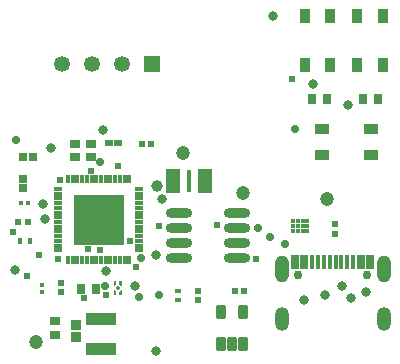
<source format=gts>
G04*
G04 #@! TF.GenerationSoftware,Altium Limited,Altium Designer,23.9.2 (47)*
G04*
G04 Layer_Color=8388736*
%FSLAX44Y44*%
%MOMM*%
G71*
G04*
G04 #@! TF.SameCoordinates,250A9CB9-7403-4FF4-BB43-A60BEB693519*
G04*
G04*
G04 #@! TF.FilePolarity,Negative*
G04*
G01*
G75*
%ADD28R,0.9000X0.8000*%
%ADD29R,0.4725X0.5153*%
%ADD30R,0.5153X0.4725*%
%ADD31R,0.5000X0.4000*%
%ADD32R,0.5200X0.5200*%
%ADD33R,2.5000X1.0000*%
%ADD34R,0.6062X0.6281*%
%ADD35R,0.3627X0.4541*%
%ADD36R,0.7500X0.9000*%
%ADD37R,0.9000X0.7500*%
%ADD38R,0.4000X0.5000*%
%ADD39R,0.4541X0.3627*%
%ADD40R,0.6631X0.5955*%
%ADD46R,0.7581X0.8121*%
G04:AMPARAMS|DCode=47|XSize=0.25mm|YSize=0.25mm|CornerRadius=0mm|HoleSize=0mm|Usage=FLASHONLY|Rotation=225.000|XOffset=0mm|YOffset=0mm|HoleType=Round|Shape=Rectangle|*
%AMROTATEDRECTD47*
4,1,4,0.0000,0.1768,0.1768,0.0000,-0.0000,-0.1768,-0.1768,-0.0000,0.0000,0.1768,0.0*
%
%ADD47ROTATEDRECTD47*%

%ADD48R,0.7500X0.3200*%
%ADD49R,0.3200X0.7500*%
%ADD50R,4.3032X4.3032*%
%ADD51R,0.8532X0.9032*%
%ADD52R,1.1600X0.5600*%
%ADD53R,0.4532X1.8532*%
%ADD54R,0.7432X0.8032*%
%ADD55R,0.8032X0.7432*%
G04:AMPARAMS|DCode=56|XSize=0.8032mm|YSize=1.2532mm|CornerRadius=0.1766mm|HoleSize=0mm|Usage=FLASHONLY|Rotation=180.000|XOffset=0mm|YOffset=0mm|HoleType=Round|Shape=RoundedRectangle|*
%AMROUNDEDRECTD56*
21,1,0.8032,0.9000,0,0,180.0*
21,1,0.4500,1.2532,0,0,180.0*
1,1,0.3532,-0.2250,0.4500*
1,1,0.3532,0.2250,0.4500*
1,1,0.3532,0.2250,-0.4500*
1,1,0.3532,-0.2250,-0.4500*
%
%ADD56ROUNDEDRECTD56*%
%ADD57O,2.2532X0.8032*%
G04:AMPARAMS|DCode=58|XSize=0.7mm|YSize=1.25mm|CornerRadius=0.125mm|HoleSize=0mm|Usage=FLASHONLY|Rotation=0.000|XOffset=0mm|YOffset=0mm|HoleType=Round|Shape=RoundedRectangle|*
%AMROUNDEDRECTD58*
21,1,0.7000,1.0000,0,0,0.0*
21,1,0.4500,1.2500,0,0,0.0*
1,1,0.2500,0.2250,-0.5000*
1,1,0.2500,-0.2250,-0.5000*
1,1,0.2500,-0.2250,0.5000*
1,1,0.2500,0.2250,0.5000*
%
%ADD58ROUNDEDRECTD58*%
G04:AMPARAMS|DCode=59|XSize=0.4mm|YSize=1.25mm|CornerRadius=0.0875mm|HoleSize=0mm|Usage=FLASHONLY|Rotation=0.000|XOffset=0mm|YOffset=0mm|HoleType=Round|Shape=RoundedRectangle|*
%AMROUNDEDRECTD59*
21,1,0.4000,1.0750,0,0,0.0*
21,1,0.2250,1.2500,0,0,0.0*
1,1,0.1750,0.1125,-0.5375*
1,1,0.1750,-0.1125,-0.5375*
1,1,0.1750,-0.1125,0.5375*
1,1,0.1750,0.1125,0.5375*
%
%ADD59ROUNDEDRECTD59*%
%ADD60R,1.2532X0.8532*%
%ADD61C,0.4532*%
%ADD62R,0.8532X1.2532*%
%ADD63R,1.3500X1.3500*%
%ADD64C,1.3500*%
%ADD65C,0.8032*%
%ADD66C,0.7032*%
%ADD67C,0.6032*%
%ADD68C,1.2032*%
%ADD69O,1.2032X2.0032*%
%ADD70C,0.7500*%
%ADD71O,1.2032X2.3032*%
%ADD72C,1.0032*%
%ADD73C,0.3500*%
G36*
X160690Y54870D02*
X160591D01*
X160407Y54946D01*
X160266Y55087D01*
X160190Y55271D01*
Y55370D01*
Y55370D01*
X160190Y59070D01*
X160790D01*
X162390Y57470D01*
X162390Y55370D01*
Y55271D01*
X162314Y55087D01*
X162173Y54946D01*
X161990Y54870D01*
X161890D01*
D01*
X160690D01*
D02*
G37*
G36*
X166690D02*
X166789D01*
X166973Y54946D01*
X167114Y55087D01*
X167190Y55271D01*
Y55370D01*
X167190Y55370D01*
X167190Y59070D01*
X166590D01*
X164990Y57470D01*
Y55370D01*
Y55271D01*
X165066Y55087D01*
X165207Y54946D01*
X165391Y54870D01*
X165490D01*
D01*
X166690D01*
D02*
G37*
G36*
X160690Y66870D02*
X160591D01*
X160407Y66794D01*
X160266Y66653D01*
X160190Y66470D01*
Y66370D01*
D01*
X160190Y62670D01*
X160790D01*
X162390Y64270D01*
X162390Y66370D01*
Y66470D01*
X162314Y66653D01*
X162173Y66794D01*
X161990Y66870D01*
X161890D01*
Y66870D01*
X160690Y66870D01*
D02*
G37*
G36*
X166690D02*
X166790D01*
X166973Y66794D01*
X167114Y66653D01*
X167190Y66470D01*
Y66370D01*
X167190Y66370D01*
Y62670D01*
X166590D01*
X164990Y64270D01*
Y66370D01*
Y66470D01*
X165066Y66653D01*
X165207Y66794D01*
X165391Y66870D01*
X165490D01*
Y66870D01*
X166690Y66870D01*
D02*
G37*
D28*
X127000Y171690D02*
D03*
X141000Y182690D02*
D03*
X127000D02*
D03*
X141000Y171690D02*
D03*
D29*
X231140Y50770D02*
D03*
Y58341D02*
D03*
D30*
X270510Y58420D02*
D03*
X262939D02*
D03*
X184175Y182880D02*
D03*
X191746D02*
D03*
D31*
X214888Y58193D02*
D03*
Y50193D02*
D03*
D32*
X79474Y116671D02*
D03*
X87473D02*
D03*
D33*
X149523Y9090D02*
D03*
Y34090D02*
D03*
D34*
X115570Y64850D02*
D03*
Y57070D02*
D03*
X347243Y114380D02*
D03*
Y106600D02*
D03*
D35*
X99254Y63500D02*
D03*
Y57414D02*
D03*
D36*
X144780Y59690D02*
D03*
X132780D02*
D03*
D37*
X110490Y20670D02*
D03*
Y32670D02*
D03*
D38*
X80934Y100395D02*
D03*
X88933D02*
D03*
D39*
X81701Y132236D02*
D03*
X87787D02*
D03*
D40*
X155955Y183011D02*
D03*
X164085D02*
D03*
D46*
X340360Y220980D02*
D03*
X327820D02*
D03*
X383460D02*
D03*
X370920D02*
D03*
D47*
X163690Y60882D02*
D03*
D48*
X181600Y144436D02*
D03*
Y140436D02*
D03*
Y136436D02*
D03*
Y132436D02*
D03*
Y128436D02*
D03*
Y124436D02*
D03*
Y120436D02*
D03*
Y116436D02*
D03*
Y112436D02*
D03*
Y108436D02*
D03*
Y104436D02*
D03*
Y100436D02*
D03*
Y96436D02*
D03*
Y92436D02*
D03*
X113100D02*
D03*
Y96436D02*
D03*
Y100436D02*
D03*
Y104436D02*
D03*
Y108436D02*
D03*
Y112436D02*
D03*
Y116436D02*
D03*
Y120436D02*
D03*
Y124436D02*
D03*
Y128436D02*
D03*
Y132436D02*
D03*
Y136436D02*
D03*
Y140436D02*
D03*
Y144436D02*
D03*
D49*
X121350Y152686D02*
D03*
X125350D02*
D03*
X129350D02*
D03*
X133350D02*
D03*
X137350D02*
D03*
X141350D02*
D03*
X145350D02*
D03*
X149350D02*
D03*
X153350D02*
D03*
X157351D02*
D03*
X161350D02*
D03*
X165350D02*
D03*
X169350D02*
D03*
X173350D02*
D03*
Y84186D02*
D03*
X169350D02*
D03*
X165350D02*
D03*
X161350D02*
D03*
X157351D02*
D03*
X153350D02*
D03*
X149350D02*
D03*
X145350D02*
D03*
X141350D02*
D03*
X137350D02*
D03*
X133350D02*
D03*
X129350D02*
D03*
X125350D02*
D03*
X121350D02*
D03*
D50*
X147350Y118436D02*
D03*
D51*
X128270Y19380D02*
D03*
Y28880D02*
D03*
D52*
X237020Y158630D02*
D03*
Y153630D02*
D03*
Y148630D02*
D03*
Y143630D02*
D03*
X210020Y158630D02*
D03*
Y153630D02*
D03*
Y148630D02*
D03*
Y143630D02*
D03*
D53*
X223520Y151130D02*
D03*
D54*
X83183Y171607D02*
D03*
X91384D02*
D03*
D55*
X83271Y144937D02*
D03*
Y153137D02*
D03*
D56*
X250850Y13420D02*
D03*
X260350D02*
D03*
X269850D02*
D03*
Y39920D02*
D03*
X250850D02*
D03*
D57*
X264280Y86360D02*
D03*
Y99060D02*
D03*
Y111760D02*
D03*
Y124460D02*
D03*
X215780Y86360D02*
D03*
Y99060D02*
D03*
Y111760D02*
D03*
Y124460D02*
D03*
D58*
X377440Y82195D02*
D03*
X369440D02*
D03*
X313440D02*
D03*
X321440D02*
D03*
D59*
X362940D02*
D03*
X357940D02*
D03*
X327940D02*
D03*
X332940D02*
D03*
X337940D02*
D03*
X352940D02*
D03*
X347940D02*
D03*
X342940D02*
D03*
D60*
X377620Y173400D02*
D03*
X336120D02*
D03*
X377620Y194900D02*
D03*
X336120D02*
D03*
D61*
X324040Y109030D02*
D03*
X320040D02*
D03*
X316040D02*
D03*
X312040D02*
D03*
X324040Y113030D02*
D03*
X320040D02*
D03*
X316040D02*
D03*
X312040D02*
D03*
X324040Y117030D02*
D03*
X320040D02*
D03*
X316040D02*
D03*
X312040D02*
D03*
D62*
X387940Y291260D02*
D03*
Y249760D02*
D03*
X366440Y291260D02*
D03*
Y249760D02*
D03*
X321990D02*
D03*
Y291260D02*
D03*
X343490Y249760D02*
D03*
Y291260D02*
D03*
D63*
X192337Y250190D02*
D03*
D64*
X166937D02*
D03*
X141537D02*
D03*
X116137D02*
D03*
D65*
X294640Y290830D02*
D03*
X106680Y179070D02*
D03*
X373380Y57150D02*
D03*
X195580Y88900D02*
D03*
Y7620D02*
D03*
X153670Y74930D02*
D03*
X177800Y62160D02*
D03*
X200660Y135890D02*
D03*
X358140Y215900D02*
D03*
X76200Y76200D02*
D03*
X101600Y119380D02*
D03*
X100330Y132080D02*
D03*
X328930Y233680D02*
D03*
X151130Y194310D02*
D03*
X339090Y54610D02*
D03*
X353060Y62230D02*
D03*
X321310Y50800D02*
D03*
X360680Y52070D02*
D03*
D66*
X148590Y167640D02*
D03*
X181610Y53340D02*
D03*
X77123Y185576D02*
D03*
X304800Y97790D02*
D03*
X153030Y62660D02*
D03*
X313690Y195580D02*
D03*
X198120Y54610D02*
D03*
X292100Y104140D02*
D03*
X182880Y86360D02*
D03*
X281940Y111760D02*
D03*
D67*
X113030Y85090D02*
D03*
X74930Y107950D02*
D03*
X146050Y134620D02*
D03*
X152400Y128270D02*
D03*
X153670Y111760D02*
D03*
X148590Y92710D02*
D03*
X140970Y160020D02*
D03*
X280670Y85090D02*
D03*
X179070Y78740D02*
D03*
X311150Y237490D02*
D03*
X247650Y114300D02*
D03*
X198120Y113436D02*
D03*
X96440Y88900D02*
D03*
X86360Y71120D02*
D03*
X153670Y54610D02*
D03*
X138264Y93936D02*
D03*
X173990Y100330D02*
D03*
X163830Y163830D02*
D03*
X134620Y52070D02*
D03*
X114300Y152400D02*
D03*
D68*
X93980Y15240D02*
D03*
X218440Y175260D02*
D03*
X269240Y140970D02*
D03*
X340360Y135890D02*
D03*
D69*
X388640Y34645D02*
D03*
X302240D02*
D03*
D70*
X374340Y71445D02*
D03*
X316540D02*
D03*
D71*
X302240Y76445D02*
D03*
X388640D02*
D03*
D72*
X196850Y147320D02*
D03*
D73*
X163690Y60870D02*
D03*
M02*

</source>
